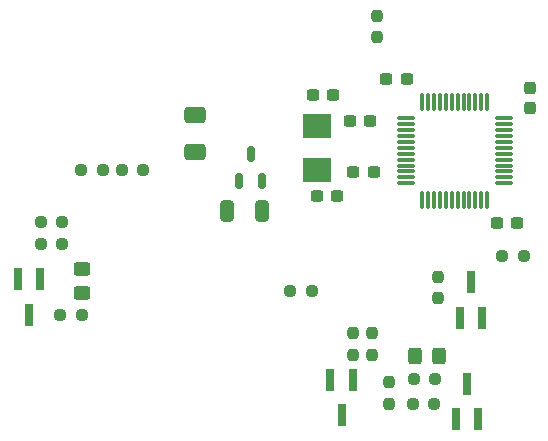
<source format=gbr>
%TF.GenerationSoftware,KiCad,Pcbnew,7.0.5*%
%TF.CreationDate,2023-08-16T19:13:53+03:00*%
%TF.ProjectId,lamps,6c616d70-732e-46b6-9963-61645f706362,rev?*%
%TF.SameCoordinates,Original*%
%TF.FileFunction,Paste,Top*%
%TF.FilePolarity,Positive*%
%FSLAX46Y46*%
G04 Gerber Fmt 4.6, Leading zero omitted, Abs format (unit mm)*
G04 Created by KiCad (PCBNEW 7.0.5) date 2023-08-16 19:13:53*
%MOMM*%
%LPD*%
G01*
G04 APERTURE LIST*
G04 Aperture macros list*
%AMRoundRect*
0 Rectangle with rounded corners*
0 $1 Rounding radius*
0 $2 $3 $4 $5 $6 $7 $8 $9 X,Y pos of 4 corners*
0 Add a 4 corners polygon primitive as box body*
4,1,4,$2,$3,$4,$5,$6,$7,$8,$9,$2,$3,0*
0 Add four circle primitives for the rounded corners*
1,1,$1+$1,$2,$3*
1,1,$1+$1,$4,$5*
1,1,$1+$1,$6,$7*
1,1,$1+$1,$8,$9*
0 Add four rect primitives between the rounded corners*
20,1,$1+$1,$2,$3,$4,$5,0*
20,1,$1+$1,$4,$5,$6,$7,0*
20,1,$1+$1,$6,$7,$8,$9,0*
20,1,$1+$1,$8,$9,$2,$3,0*%
G04 Aperture macros list end*
%ADD10RoundRect,0.237500X0.250000X0.237500X-0.250000X0.237500X-0.250000X-0.237500X0.250000X-0.237500X0*%
%ADD11RoundRect,0.237500X-0.250000X-0.237500X0.250000X-0.237500X0.250000X0.237500X-0.250000X0.237500X0*%
%ADD12RoundRect,0.250000X0.450000X-0.325000X0.450000X0.325000X-0.450000X0.325000X-0.450000X-0.325000X0*%
%ADD13RoundRect,0.237500X-0.300000X-0.237500X0.300000X-0.237500X0.300000X0.237500X-0.300000X0.237500X0*%
%ADD14R,0.800000X1.900000*%
%ADD15R,2.400000X2.000000*%
%ADD16RoundRect,0.075000X-0.662500X-0.075000X0.662500X-0.075000X0.662500X0.075000X-0.662500X0.075000X0*%
%ADD17RoundRect,0.075000X-0.075000X-0.662500X0.075000X-0.662500X0.075000X0.662500X-0.075000X0.662500X0*%
%ADD18RoundRect,0.237500X-0.237500X0.250000X-0.237500X-0.250000X0.237500X-0.250000X0.237500X0.250000X0*%
%ADD19RoundRect,0.237500X0.300000X0.237500X-0.300000X0.237500X-0.300000X-0.237500X0.300000X-0.237500X0*%
%ADD20RoundRect,0.150000X0.150000X-0.512500X0.150000X0.512500X-0.150000X0.512500X-0.150000X-0.512500X0*%
%ADD21RoundRect,0.237500X0.237500X-0.250000X0.237500X0.250000X-0.237500X0.250000X-0.237500X-0.250000X0*%
%ADD22RoundRect,0.250000X0.325000X0.650000X-0.325000X0.650000X-0.325000X-0.650000X0.325000X-0.650000X0*%
%ADD23RoundRect,0.250000X0.650000X-0.412500X0.650000X0.412500X-0.650000X0.412500X-0.650000X-0.412500X0*%
%ADD24RoundRect,0.237500X-0.237500X0.300000X-0.237500X-0.300000X0.237500X-0.300000X0.237500X0.300000X0*%
%ADD25RoundRect,0.250000X-0.325000X-0.450000X0.325000X-0.450000X0.325000X0.450000X-0.325000X0.450000X0*%
G04 APERTURE END LIST*
D10*
%TO.C,R1*%
X89582000Y-71755000D03*
X87757000Y-71755000D03*
%TD*%
D11*
%TO.C,R23*%
X115824000Y-91541600D03*
X117649000Y-91541600D03*
%TD*%
D12*
%TO.C,D9*%
X87803400Y-82189200D03*
X87803400Y-80139200D03*
%TD*%
D11*
%TO.C,R15*%
X107260400Y-82016600D03*
X105435400Y-82016600D03*
%TD*%
D13*
%TO.C,C13*%
X107393400Y-65405000D03*
X109118400Y-65405000D03*
%TD*%
D14*
%TO.C,Q6*%
X110750000Y-89500000D03*
X108850000Y-89500000D03*
X109800000Y-92500000D03*
%TD*%
%TO.C,Q3*%
X119800000Y-84250000D03*
X121700000Y-84250000D03*
X120750000Y-81250000D03*
%TD*%
%TO.C,Q8*%
X119486600Y-92837000D03*
X121386600Y-92837000D03*
X120436600Y-89837000D03*
%TD*%
D15*
%TO.C,Y1*%
X107696000Y-68000000D03*
X107696000Y-71700000D03*
%TD*%
D16*
%TO.C,U3*%
X115217500Y-67354000D03*
X115217500Y-67854000D03*
X115217500Y-68354000D03*
X115217500Y-68854000D03*
X115217500Y-69354000D03*
X115217500Y-69854000D03*
X115217500Y-70354000D03*
X115217500Y-70854000D03*
X115217500Y-71354000D03*
X115217500Y-71854000D03*
X115217500Y-72354000D03*
X115217500Y-72854000D03*
D17*
X116630000Y-74266500D03*
X117130000Y-74266500D03*
X117630000Y-74266500D03*
X118130000Y-74266500D03*
X118630000Y-74266500D03*
X119130000Y-74266500D03*
X119630000Y-74266500D03*
X120130000Y-74266500D03*
X120630000Y-74266500D03*
X121130000Y-74266500D03*
X121630000Y-74266500D03*
X122130000Y-74266500D03*
D16*
X123542500Y-72854000D03*
X123542500Y-72354000D03*
X123542500Y-71854000D03*
X123542500Y-71354000D03*
X123542500Y-70854000D03*
X123542500Y-70354000D03*
X123542500Y-69854000D03*
X123542500Y-69354000D03*
X123542500Y-68854000D03*
X123542500Y-68354000D03*
X123542500Y-67854000D03*
X123542500Y-67354000D03*
D17*
X122130000Y-65941500D03*
X121630000Y-65941500D03*
X121130000Y-65941500D03*
X120630000Y-65941500D03*
X120130000Y-65941500D03*
X119630000Y-65941500D03*
X119130000Y-65941500D03*
X118630000Y-65941500D03*
X118130000Y-65941500D03*
X117630000Y-65941500D03*
X117130000Y-65941500D03*
X116630000Y-65941500D03*
%TD*%
D18*
%TO.C,R20*%
X110769400Y-85574500D03*
X110769400Y-87399500D03*
%TD*%
%TO.C,R11*%
X118000000Y-80750000D03*
X118000000Y-82575000D03*
%TD*%
%TO.C,R24*%
X113842800Y-91516200D03*
X113842800Y-89691200D03*
%TD*%
D19*
%TO.C,C11*%
X112522000Y-71882000D03*
X110797000Y-71882000D03*
%TD*%
D11*
%TO.C,R9*%
X84345900Y-76158400D03*
X86170900Y-76158400D03*
%TD*%
D20*
%TO.C,U1*%
X101158000Y-72633000D03*
X103058000Y-72633000D03*
X102108000Y-70358000D03*
%TD*%
D21*
%TO.C,R5*%
X112776000Y-60499000D03*
X112776000Y-58674000D03*
%TD*%
D14*
%TO.C,Q1*%
X84289200Y-80985000D03*
X82389200Y-80985000D03*
X83339200Y-83985000D03*
%TD*%
D10*
%TO.C,R10*%
X87825000Y-84000000D03*
X86000000Y-84000000D03*
%TD*%
D22*
%TO.C,C4*%
X103047800Y-75209400D03*
X100097800Y-75209400D03*
%TD*%
D21*
%TO.C,R21*%
X112369600Y-87397600D03*
X112369600Y-85572600D03*
%TD*%
D10*
%TO.C,R8*%
X86162500Y-78000000D03*
X84337500Y-78000000D03*
%TD*%
D13*
%TO.C,C8*%
X110490000Y-67564000D03*
X112215000Y-67564000D03*
%TD*%
%TO.C,C7*%
X113591000Y-64008000D03*
X115316000Y-64008000D03*
%TD*%
%TO.C,C10*%
X107696000Y-73914000D03*
X109421000Y-73914000D03*
%TD*%
D23*
%TO.C,C5*%
X97409000Y-70181000D03*
X97409000Y-67056000D03*
%TD*%
D19*
%TO.C,C12*%
X124661000Y-76200000D03*
X122936000Y-76200000D03*
%TD*%
D10*
%TO.C,R2*%
X93011000Y-71755000D03*
X91186000Y-71755000D03*
%TD*%
D24*
%TO.C,C9*%
X125730000Y-64770000D03*
X125730000Y-66495000D03*
%TD*%
D10*
%TO.C,R12*%
X125250000Y-79000000D03*
X123425000Y-79000000D03*
%TD*%
D11*
%TO.C,R25*%
X115904000Y-89408000D03*
X117729000Y-89408000D03*
%TD*%
D25*
%TO.C,D14*%
X116001800Y-87477600D03*
X118051800Y-87477600D03*
%TD*%
M02*

</source>
